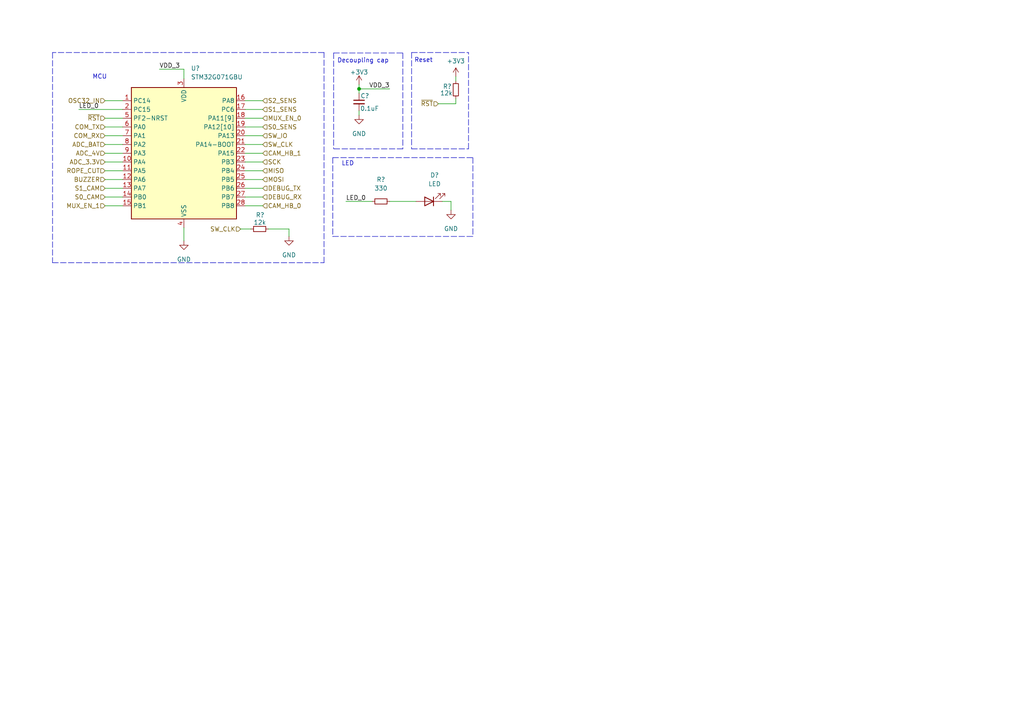
<source format=kicad_sch>
(kicad_sch (version 20211123) (generator eeschema)
  (paper "A4")
  (lib_symbols
    (symbol "Device:C_Small" (pin_numbers hide) (pin_names (offset 0.254) hide)
      (property "Reference" "C" (at 0.254 1.778 0))
      (property "Value" "C_Small" (at 0.254 -2.032 0))
      (symbol "C_Small_0_1"
        (polyline (pts (xy -1.524 -0.508) (xy 1.524 -0.508)) (stroke (width 0.3302)))
        (polyline (pts (xy -1.524 0.508) (xy 1.524 0.508)) (stroke (width 0.3048)))
      )
      (symbol "C_Small_1_1"
        (pin passive line (at 0 2.54 270) (length 2.032) (name "~") (number "1"))
        (pin passive line (at 0 -2.54 90) (length 2.032) (name "~") (number "2"))
      )
    )
    (symbol "Device:LED" (pin_numbers hide) (pin_names (offset 1.016) hide)
      (property "Reference" "D" (at 0 2.54 0))
      (property "Value" "LED" (at 0 -2.54 0))
      (symbol "LED_0_1"
        (polyline (pts (xy -1.27 -1.27) (xy -1.27 1.27)) (stroke (width 0.254)))
        (polyline (pts (xy -1.27 0) (xy 1.27 0)))
        (polyline (pts (xy 1.27 -1.27) (xy 1.27 1.27) (xy -1.27 0) (xy 1.27 -1.27)) (stroke (width 0.254)))
        (polyline (pts (xy -3.048 -0.762) (xy -4.572 -2.286) (xy -3.81 -2.286) (xy -4.572 -2.286) (xy -4.572 -1.524)))
        (polyline (pts (xy -1.778 -0.762) (xy -3.302 -2.286) (xy -2.54 -2.286) (xy -3.302 -2.286) (xy -3.302 -1.524)))
      )
      (symbol "LED_1_1"
        (pin passive line (at -3.81 0 0) (length 2.54) (name "K") (number "1"))
        (pin passive line (at 3.81 0 180) (length 2.54) (name "A") (number "2"))
      )
    )
    (symbol "Device:R_Small" (pin_numbers hide) (pin_names (offset 0.254) hide)
      (property "Reference" "R" (at 0.762 0.508 0))
      (property "Value" "R_Small" (at 0.762 -1.016 0))
      (symbol "R_Small_0_1"
        (rectangle (start -0.762 1.778) (end 0.762 -1.778) (stroke (width 0.2032)))
      )
      (symbol "R_Small_1_1"
        (pin passive line (at 0 2.54 270) (length 0.762) (name "~") (number "1"))
        (pin passive line (at 0 -2.54 90) (length 0.762) (name "~") (number "2"))
      )
    )
    (symbol "power:+3.3V" (power) (pin_names (offset 0))
      (property "Value" "+3.3V" (at 0 3.556 0))
      (symbol "+3.3V_0_1"
        (polyline (pts (xy -0.762 1.27) (xy 0 2.54)))
        (polyline (pts (xy 0 0) (xy 0 2.54)))
        (polyline (pts (xy 0 2.54) (xy 0.762 1.27)))
      )
      (symbol "+3.3V_1_1"
        (pin power_in line (at 0 0 90) (length 0) hide (name "+3V3") (number "1"))
      )
    )
    (symbol "power:GND" (power) (pin_names (offset 0))
      (property "Value" "GND" (at 0 -3.81 0))
      (symbol "GND_0_1"
        (polyline (pts (xy 0 0) (xy 0 -1.27) (xy 1.27 -1.27) (xy 0 -2.54) (xy -1.27 -1.27) (xy 0 -1.27)))
      )
      (symbol "GND_1_1"
        (pin power_in line (at 0 0 270) (length 0) hide (name "GND") (number "1"))
      )
    )
    (symbol "schematics:STM32G071GBU"
      (property "Reference" "U" (at 12.7 27.94 0))
      (property "Value" "STM32G071GBU" (at 7.62 25.4 0))
      (symbol "STM32G071GBU_0_1"
        (rectangle (start -15.24 22.86) (end 15.24 -15.24) (stroke (width 0.254)) (fill (type background)))
      )
      (symbol "STM32G071GBU_1_1"
        (pin bidirectional line (at -17.78 19.05 0) (length 2.54) (name "PC14") (number "1"))
        (pin bidirectional line (at -17.78 1.27 0) (length 2.54) (name "PA4") (number "10"))
        (pin bidirectional line (at -17.78 -1.27 0) (length 2.54) (name "PA5") (number "11"))
        (pin bidirectional line (at -17.78 -3.81 0) (length 2.54) (name "PA6") (number "12"))
        (pin bidirectional line (at -17.78 -6.35 0) (length 2.54) (name "PA7") (number "13"))
        (pin bidirectional line (at -17.78 -8.89 0) (length 2.54) (name "PB0") (number "14"))
        (pin bidirectional line (at -17.78 -11.43 0) (length 2.54) (name "PB1") (number "15"))
        (pin bidirectional line (at 17.78 19.05 180) (length 2.54) (name "PA8") (number "16"))
        (pin bidirectional line (at 17.78 16.51 180) (length 2.54) (name "PC6") (number "17"))
        (pin bidirectional line (at 17.78 13.97 180) (length 2.54) (name "PA11[9]") (number "18"))
        (pin bidirectional line (at 17.78 11.43 180) (length 2.54) (name "PA12[10]") (number "19"))
        (pin bidirectional line (at -17.78 16.51 0) (length 2.54) (name "PC15") (number "2"))
        (pin bidirectional line (at 17.78 8.89 180) (length 2.54) (name "PA13") (number "20"))
        (pin bidirectional line (at 17.78 6.35 180) (length 2.54) (name "PA14-BOOT") (number "21"))
        (pin bidirectional line (at 17.78 3.81 180) (length 2.54) (name "PA15") (number "22"))
        (pin bidirectional line (at 17.78 1.27 180) (length 2.54) (name "PB3") (number "23"))
        (pin bidirectional line (at 17.78 -1.27 180) (length 2.54) (name "PB4") (number "24"))
        (pin bidirectional line (at 17.78 -3.81 180) (length 2.54) (name "PB5") (number "25"))
        (pin bidirectional line (at 17.78 -6.35 180) (length 2.54) (name "PB6") (number "26"))
        (pin bidirectional line (at 17.78 -8.89 180) (length 2.54) (name "PB7") (number "27"))
        (pin bidirectional line (at 17.78 -11.43 180) (length 2.54) (name "PB8") (number "28"))
        (pin bidirectional line (at 0 25.4 270) (length 2.54) (name "VDD") (number "3"))
        (pin bidirectional line (at 0 -17.78 90) (length 2.54) (name "VSS") (number "4"))
        (pin bidirectional line (at -17.78 13.97 0) (length 2.54) (name "PF2-NRST") (number "5"))
        (pin bidirectional line (at -17.78 11.43 0) (length 2.54) (name "PA0") (number "6"))
        (pin bidirectional line (at -17.78 8.89 0) (length 2.54) (name "PA1") (number "7"))
        (pin bidirectional line (at -17.78 6.35 0) (length 2.54) (name "PA2") (number "8"))
        (pin bidirectional line (at -17.78 3.81 0) (length 2.54) (name "PA3") (number "9"))
      )
    )
  )
  (junction (at 104.14 25.781))
  (wire (pts (xy 104.14 24.511) (xy 104.14 25.781)))
  (wire (pts (xy 30.48 49.53) (xy 35.56 49.53)))
  (wire (pts (xy 30.48 52.07) (xy 35.56 52.07)))
  (wire (pts (xy 71.12 49.53) (xy 76.2 49.53)))
  (wire (pts (xy 53.34 20.066) (xy 46.228 20.066)))
  (wire (pts (xy 30.48 34.29) (xy 35.56 34.29)))
  (polyline (pts (xy 15.24 76.2) (xy 93.98 76.2)))
  (wire (pts (xy 30.48 36.83) (xy 35.56 36.83)))
  (wire (pts (xy 30.48 54.61) (xy 35.56 54.61)))
  (wire (pts (xy 100.33 58.42) (xy 107.95 58.42)))
  (polyline (pts (xy 116.84 15.367) (xy 116.84 43.18)))
  (wire (pts (xy 127.127 30.099) (xy 132.207 30.099)))
  (polyline (pts (xy 96.774 15.367) (xy 96.774 43.18)))
  (wire (pts (xy 130.81 58.42) (xy 130.81 60.96)))
  (wire (pts (xy 30.48 41.91) (xy 35.56 41.91)))
  (wire (pts (xy 69.7738 66.421) (xy 69.7738 66.4464)))
  (polyline (pts (xy 119.38 43.18) (xy 135.89 43.18)))
  (wire (pts (xy 71.12 44.45) (xy 76.2 44.45)))
  (wire (pts (xy 71.12 29.21) (xy 76.2 29.21)))
  (wire (pts (xy 30.48 44.45) (xy 35.56 44.45)))
  (wire (pts (xy 71.12 41.91) (xy 76.2 41.91)))
  (wire (pts (xy 113.03 25.781) (xy 104.14 25.781)))
  (wire (pts (xy 83.82 66.421) (xy 83.82 68.58)))
  (wire (pts (xy 53.34 66.04) (xy 53.34 69.85)))
  (wire (pts (xy 71.12 36.83) (xy 76.2 36.83)))
  (polyline (pts (xy 119.38 15.24) (xy 135.89 15.24)))
  (wire (pts (xy 71.12 34.29) (xy 76.2 34.29)))
  (wire (pts (xy 71.12 59.69) (xy 76.2 59.69)))
  (wire (pts (xy 132.207 22.225) (xy 132.207 23.495)))
  (polyline (pts (xy 116.84 43.18) (xy 96.774 43.18)))
  (wire (pts (xy 128.27 58.42) (xy 130.81 58.42)))
  (wire (pts (xy 132.207 28.575) (xy 132.207 30.099)))
  (polyline (pts (xy 96.52 68.58) (xy 137.16 68.58)))
  (polyline (pts (xy 96.774 15.367) (xy 116.84 15.367)))
  (polyline (pts (xy 96.52 45.72) (xy 96.52 68.58)))
  (polyline (pts (xy 135.89 43.18) (xy 135.89 15.24)))
  (wire (pts (xy 104.14 33.401) (xy 104.14 32.131)))
  (wire (pts (xy 30.48 39.37) (xy 35.56 39.37)))
  (wire (pts (xy 71.12 31.75) (xy 76.2 31.75)))
  (wire (pts (xy 30.48 57.15) (xy 35.56 57.15)))
  (wire (pts (xy 30.48 59.69) (xy 35.56 59.69)))
  (polyline (pts (xy 96.52 45.72) (xy 137.16 45.72)))
  (wire (pts (xy 71.12 46.99) (xy 76.2 46.99)))
  (wire (pts (xy 30.48 29.21) (xy 35.56 29.21)))
  (wire (pts (xy 71.12 54.61) (xy 76.2 54.61)))
  (polyline (pts (xy 93.98 76.2) (xy 93.98 15.24)))
  (wire (pts (xy 30.48 46.99) (xy 35.56 46.99)))
  (wire (pts (xy 71.12 39.37) (xy 76.2 39.37)))
  (polyline (pts (xy 119.38 15.24) (xy 119.38 43.18)))
  (wire (pts (xy 69.7738 66.421) (xy 72.771 66.421)))
  (wire (pts (xy 113.03 58.42) (xy 120.65 58.42)))
  (wire (pts (xy 71.12 52.07) (xy 76.2 52.07)))
  (wire (pts (xy 53.34 20.066) (xy 53.34 22.86)))
  (polyline (pts (xy 15.24 15.24) (xy 15.24 76.2)))
  (wire (pts (xy 71.12 57.15) (xy 76.2 57.15)))
  (wire (pts (xy 22.86 31.75) (xy 35.56 31.75)))
  (wire (pts (xy 104.14 25.781) (xy 104.14 27.051)))
  (polyline (pts (xy 137.16 45.72) (xy 137.16 68.58)))
  (wire (pts (xy 77.851 66.421) (xy 83.82 66.421)))
  (polyline (pts (xy 93.98 15.24) (xy 15.24 15.24)))
  (text "Reset\n" (at 120.142 18.288 0) (effects (font (size 1.27 1.27)) (justify left bottom)))
  (text "MCU\n" (at 26.797 23.114 0) (effects (font (size 1.27 1.27)) (justify left bottom)))
  (text "Decoupling cap\n" (at 97.79 18.415 0) (effects (font (size 1.27 1.27)) (justify left bottom)))
  (text "LED" (at 99.06 48.26 0) (effects (font (size 1.27 1.27)) (justify left bottom)))
  (label "LED_0" (at 100.33 58.42 0))
  (label "VDD_3" (at 46.228 20.066 0))
  (label "VDD_3" (at 113.03 25.781 180))
  (label "LED_0" (at 22.86 31.75 0))
  (hierarchical_label "CAM_HB_1" (shape input) (at 76.2 44.45 0))
  (hierarchical_label "OSC32_IN" (shape input) (at 30.48 29.21 180))
  (hierarchical_label "S2_SENS" (shape input) (at 76.2 29.21 0))
  (hierarchical_label "DEBUG_RX" (shape input) (at 76.2 57.15 0))
  (hierarchical_label "MISO" (shape input) (at 76.2 49.53 0))
  (hierarchical_label "SW_CLK" (shape input) (at 76.2 41.91 0))
  (hierarchical_label "COM_RX" (shape input) (at 30.48 39.37 180))
  (hierarchical_label "ROPE_CUT" (shape input) (at 30.48 49.53 180))
  (hierarchical_label "ADC_4V" (shape input) (at 30.48 44.45 180))
  (hierarchical_label "SW_IO" (shape input) (at 76.2 39.37 0))
  (hierarchical_label "ADC_BAT" (shape input) (at 30.48 41.91 180))
  (hierarchical_label "ADC_3.3V" (shape input) (at 30.48 46.99 180))
  (hierarchical_label "S1_CAM" (shape input) (at 30.48 54.61 180))
  (hierarchical_label "COM_TX" (shape input) (at 30.48 36.83 180))
  (hierarchical_label "CAM_HB_0" (shape input) (at 76.2 59.69 0))
  (hierarchical_label "S1_SENS" (shape input) (at 76.2 31.75 0))
  (hierarchical_label "MOSI" (shape input) (at 76.2 52.07 0))
  (hierarchical_label "~{RST}" (shape input) (at 30.48 34.29 180))
  (hierarchical_label "BUZZER" (shape input) (at 30.48 52.07 180))
  (hierarchical_label "DEBUG_TX" (shape input) (at 76.2 54.61 0))
  (hierarchical_label "MUX_EN_0" (shape input) (at 76.2 34.29 0))
  (hierarchical_label "S0_SENS" (shape input) (at 76.2 36.83 0))
  (hierarchical_label "S0_CAM" (shape input) (at 30.48 57.15 180))
  (hierarchical_label "SW_CLK" (shape input) (at 69.7738 66.4464 180))
  (hierarchical_label "~{RST}" (shape input) (at 127.127 30.099 180))
  (hierarchical_label "SCK" (shape input) (at 76.2 46.99 0))
  (hierarchical_label "MUX_EN_1" (shape input) (at 30.48 59.69 180))
  (symbol (lib_id "Device:R_Small") (at 132.207 26.035 0) (unit 1)
    (property "Reference" "R?" (at 128.4478 25.0698 0) (effects (justify left)))
    (property "Value" "12k" (at 127.635 27.0002 0) (effects (justify left)))
    (property "Footprint" "Resistor_SMD:R_0603_1608Metric_Pad0.98x0.95mm_HandSolder" (effects hide))
  )
  (symbol (lib_id "Device:C_Small") (at 104.14 29.591 0) (unit 1)
    (property "Reference" "C?" (at 104.5464 27.813 0) (effects (justify left)))
    (property "Value" "0.1uF" (at 104.4448 31.4706 0) (effects (justify left)))
    (property "Footprint" "Capacitor_SMD:C_0603_1608Metric" (effects hide))
  )
  (symbol (lib_id "power:GND") (at 53.34 69.85 0) (unit 1)
    (property "Reference" "#PWR?" (effects hide))
    (property "Value" "GND" (at 53.34 75.2348 0))
  )
  (symbol (lib_id "power:+3.3V") (at 132.207 22.225 0) (unit 1)
    (property "Reference" "#PWR?" (effects hide))
    (property "Value" "+3.3V" (at 132.207 17.7107 0))
  )
  (symbol (lib_id "schematics:STM32G071GBU") (at 53.34 48.26 0) (unit 1)
    (property "Reference" "U?" (at 55.3594 19.812 0) (effects (justify left)))
    (property "Value" "STM32G071GBU" (at 55.3594 22.352 0) (effects (justify left)))
    (property "Footprint" "Package_DFN_QFN:QFN-28_4x4mm_P0.5mm" (effects hide))
    (property "Datasheet" "https://www.farnell.com/datasheets/2710903.pdf" (effects hide))
  )
  (symbol (lib_id "power:GND") (at 83.82 68.58 0) (unit 1)
    (property "Reference" "#PWR?" (effects hide))
    (property "Value" "GND" (at 83.82 73.9648 0))
  )
  (symbol (lib_id "Device:R_Small") (at 75.311 66.421 90) (unit 1)
    (property "Reference" "R?" (at 74.168 62.357 90) (effects (justify right)))
    (property "Value" "12k" (at 73.533 64.516 90) (effects (justify right)))
    (property "Footprint" "Resistor_SMD:R_0603_1608Metric" (effects hide))
  )
  (symbol (lib_id "Device:LED") (at 124.46 58.42 180) (unit 1)
    (property "Reference" "D?" (at 126.0475 50.8 0))
    (property "Value" "LED" (at 126.0475 53.34 0))
  )
  (symbol (lib_id "Device:R_Small") (at 110.49 58.42 90) (unit 1)
    (property "Reference" "R?" (at 110.49 52.07 90))
    (property "Value" "330" (at 110.49 54.61 90))
  )
  (symbol (lib_id "power:GND") (at 104.14 33.401 0) (unit 1)
    (property "Reference" "#PWR?" (effects hide))
    (property "Value" "GND" (at 104.14 38.7858 0))
  )
  (symbol (lib_id "power:GND") (at 130.81 60.96 0) (unit 1)
    (property "Reference" "#PWR?" (effects hide))
    (property "Value" "GND" (at 130.81 66.3448 0))
  )
  (symbol (lib_id "power:+3.3V") (at 104.14 24.511 0) (unit 1)
    (property "Reference" "#PWR?" (effects hide))
    (property "Value" "+3.3V" (at 104.14 20.955 0))
  )
)
</source>
